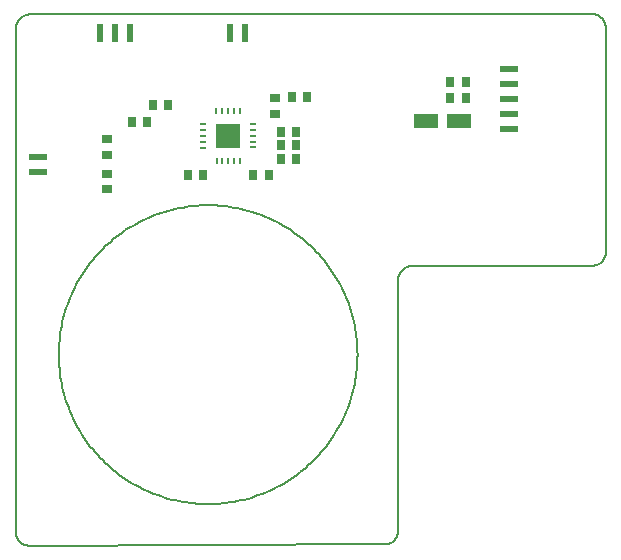
<source format=gtp>
G75*
%MOIN*%
%OFA0B0*%
%FSLAX25Y25*%
%IPPOS*%
%LPD*%
%AMOC8*
5,1,8,0,0,1.08239X$1,22.5*
%
%ADD10C,0.00600*%
%ADD11R,0.07874X0.07874*%
%ADD12R,0.00984X0.01969*%
%ADD13R,0.01969X0.00984*%
%ADD14R,0.05906X0.02362*%
%ADD15R,0.02362X0.05906*%
%ADD16R,0.02756X0.03543*%
%ADD17R,0.03543X0.02756*%
%ADD18R,0.07874X0.04724*%
D10*
X0010011Y0007670D02*
X0128330Y0008113D01*
X0128299Y0008120D02*
X0128434Y0008122D01*
X0128568Y0008128D01*
X0128703Y0008138D01*
X0128837Y0008151D01*
X0128970Y0008169D01*
X0129104Y0008190D01*
X0129236Y0008216D01*
X0129367Y0008245D01*
X0129498Y0008278D01*
X0129628Y0008315D01*
X0129756Y0008355D01*
X0129884Y0008399D01*
X0130010Y0008447D01*
X0130134Y0008499D01*
X0130257Y0008554D01*
X0130378Y0008613D01*
X0130498Y0008675D01*
X0130615Y0008741D01*
X0130731Y0008810D01*
X0130845Y0008882D01*
X0130956Y0008958D01*
X0131066Y0009037D01*
X0131173Y0009119D01*
X0131277Y0009204D01*
X0131379Y0009292D01*
X0131478Y0009383D01*
X0131575Y0009477D01*
X0131669Y0009574D01*
X0131760Y0009673D01*
X0131848Y0009775D01*
X0131933Y0009879D01*
X0132015Y0009986D01*
X0132094Y0010096D01*
X0132170Y0010207D01*
X0132242Y0010321D01*
X0132311Y0010436D01*
X0132377Y0010554D01*
X0132439Y0010674D01*
X0132498Y0010795D01*
X0132553Y0010918D01*
X0132605Y0011042D01*
X0132653Y0011168D01*
X0132697Y0011296D01*
X0132737Y0011424D01*
X0132774Y0011554D01*
X0132807Y0011685D01*
X0132836Y0011816D01*
X0132862Y0011948D01*
X0132883Y0012082D01*
X0132901Y0012215D01*
X0132914Y0012349D01*
X0132924Y0012484D01*
X0132930Y0012618D01*
X0132932Y0012753D01*
X0132929Y0012656D02*
X0132929Y0096228D01*
X0132932Y0096286D02*
X0132934Y0096421D01*
X0132940Y0096555D01*
X0132950Y0096690D01*
X0132963Y0096824D01*
X0132981Y0096957D01*
X0133002Y0097091D01*
X0133028Y0097223D01*
X0133057Y0097354D01*
X0133090Y0097485D01*
X0133127Y0097615D01*
X0133167Y0097743D01*
X0133211Y0097871D01*
X0133259Y0097997D01*
X0133311Y0098121D01*
X0133366Y0098244D01*
X0133425Y0098365D01*
X0133487Y0098485D01*
X0133553Y0098603D01*
X0133622Y0098718D01*
X0133694Y0098832D01*
X0133770Y0098943D01*
X0133849Y0099053D01*
X0133931Y0099160D01*
X0134016Y0099264D01*
X0134104Y0099366D01*
X0134195Y0099465D01*
X0134289Y0099562D01*
X0134386Y0099656D01*
X0134485Y0099747D01*
X0134587Y0099835D01*
X0134691Y0099920D01*
X0134798Y0100002D01*
X0134908Y0100081D01*
X0135019Y0100157D01*
X0135133Y0100229D01*
X0135249Y0100298D01*
X0135366Y0100364D01*
X0135486Y0100426D01*
X0135607Y0100485D01*
X0135730Y0100540D01*
X0135854Y0100592D01*
X0135980Y0100640D01*
X0136108Y0100684D01*
X0136236Y0100724D01*
X0136366Y0100761D01*
X0136497Y0100794D01*
X0136628Y0100823D01*
X0136760Y0100849D01*
X0136894Y0100870D01*
X0137027Y0100888D01*
X0137161Y0100901D01*
X0137296Y0100911D01*
X0137430Y0100917D01*
X0137565Y0100919D01*
X0137537Y0100924D02*
X0197588Y0101037D01*
X0197522Y0101022D02*
X0197657Y0101024D01*
X0197791Y0101030D01*
X0197926Y0101040D01*
X0198060Y0101053D01*
X0198193Y0101071D01*
X0198327Y0101092D01*
X0198459Y0101118D01*
X0198590Y0101147D01*
X0198721Y0101180D01*
X0198851Y0101217D01*
X0198979Y0101257D01*
X0199107Y0101301D01*
X0199233Y0101349D01*
X0199357Y0101401D01*
X0199480Y0101456D01*
X0199601Y0101515D01*
X0199721Y0101577D01*
X0199838Y0101643D01*
X0199954Y0101712D01*
X0200068Y0101784D01*
X0200179Y0101860D01*
X0200289Y0101939D01*
X0200396Y0102021D01*
X0200500Y0102106D01*
X0200602Y0102194D01*
X0200701Y0102285D01*
X0200798Y0102379D01*
X0200892Y0102476D01*
X0200983Y0102575D01*
X0201071Y0102677D01*
X0201156Y0102781D01*
X0201238Y0102888D01*
X0201317Y0102998D01*
X0201393Y0103109D01*
X0201465Y0103223D01*
X0201534Y0103338D01*
X0201600Y0103456D01*
X0201662Y0103576D01*
X0201721Y0103697D01*
X0201776Y0103820D01*
X0201828Y0103944D01*
X0201876Y0104070D01*
X0201920Y0104198D01*
X0201960Y0104326D01*
X0201997Y0104456D01*
X0202030Y0104587D01*
X0202059Y0104718D01*
X0202085Y0104850D01*
X0202106Y0104984D01*
X0202124Y0105117D01*
X0202137Y0105251D01*
X0202147Y0105386D01*
X0202153Y0105520D01*
X0202155Y0105655D01*
X0202151Y0105538D02*
X0202112Y0180400D01*
X0202156Y0180345D02*
X0202154Y0180480D01*
X0202148Y0180614D01*
X0202138Y0180749D01*
X0202125Y0180883D01*
X0202107Y0181016D01*
X0202086Y0181150D01*
X0202060Y0181282D01*
X0202031Y0181413D01*
X0201998Y0181544D01*
X0201961Y0181674D01*
X0201921Y0181802D01*
X0201877Y0181930D01*
X0201829Y0182056D01*
X0201777Y0182180D01*
X0201722Y0182303D01*
X0201663Y0182424D01*
X0201601Y0182544D01*
X0201535Y0182662D01*
X0201466Y0182777D01*
X0201394Y0182891D01*
X0201318Y0183002D01*
X0201239Y0183112D01*
X0201157Y0183219D01*
X0201072Y0183323D01*
X0200984Y0183425D01*
X0200893Y0183524D01*
X0200799Y0183621D01*
X0200702Y0183715D01*
X0200603Y0183806D01*
X0200501Y0183894D01*
X0200397Y0183979D01*
X0200290Y0184061D01*
X0200180Y0184140D01*
X0200069Y0184216D01*
X0199955Y0184288D01*
X0199840Y0184357D01*
X0199722Y0184423D01*
X0199602Y0184485D01*
X0199481Y0184544D01*
X0199358Y0184599D01*
X0199234Y0184651D01*
X0199108Y0184699D01*
X0198980Y0184743D01*
X0198852Y0184783D01*
X0198722Y0184820D01*
X0198591Y0184853D01*
X0198460Y0184882D01*
X0198328Y0184908D01*
X0198194Y0184929D01*
X0198061Y0184947D01*
X0197927Y0184960D01*
X0197792Y0184970D01*
X0197658Y0184976D01*
X0197523Y0184978D01*
X0197522Y0184979D02*
X0182619Y0184836D01*
X0182624Y0184834D02*
X0010591Y0184776D01*
X0010596Y0184795D02*
X0010192Y0184795D01*
X0010057Y0184793D01*
X0009923Y0184787D01*
X0009788Y0184777D01*
X0009654Y0184764D01*
X0009521Y0184746D01*
X0009387Y0184725D01*
X0009255Y0184699D01*
X0009124Y0184670D01*
X0008993Y0184637D01*
X0008863Y0184600D01*
X0008735Y0184560D01*
X0008607Y0184516D01*
X0008481Y0184468D01*
X0008357Y0184416D01*
X0008234Y0184361D01*
X0008113Y0184302D01*
X0007993Y0184240D01*
X0007876Y0184174D01*
X0007760Y0184105D01*
X0007646Y0184033D01*
X0007535Y0183957D01*
X0007425Y0183878D01*
X0007318Y0183796D01*
X0007214Y0183711D01*
X0007112Y0183623D01*
X0007013Y0183532D01*
X0006916Y0183438D01*
X0006822Y0183341D01*
X0006731Y0183242D01*
X0006643Y0183140D01*
X0006558Y0183036D01*
X0006476Y0182929D01*
X0006397Y0182819D01*
X0006321Y0182708D01*
X0006249Y0182594D01*
X0006180Y0182479D01*
X0006114Y0182361D01*
X0006052Y0182241D01*
X0005993Y0182120D01*
X0005938Y0181997D01*
X0005886Y0181873D01*
X0005838Y0181747D01*
X0005794Y0181619D01*
X0005754Y0181491D01*
X0005717Y0181361D01*
X0005684Y0181230D01*
X0005655Y0181099D01*
X0005629Y0180967D01*
X0005608Y0180833D01*
X0005590Y0180700D01*
X0005577Y0180566D01*
X0005567Y0180431D01*
X0005561Y0180297D01*
X0005559Y0180162D01*
X0005580Y0180197D02*
X0005459Y0012177D01*
X0005460Y0012317D02*
X0005462Y0012182D01*
X0005468Y0012048D01*
X0005478Y0011913D01*
X0005491Y0011779D01*
X0005509Y0011646D01*
X0005530Y0011512D01*
X0005556Y0011380D01*
X0005585Y0011249D01*
X0005618Y0011118D01*
X0005655Y0010988D01*
X0005695Y0010860D01*
X0005739Y0010732D01*
X0005787Y0010606D01*
X0005839Y0010482D01*
X0005894Y0010359D01*
X0005953Y0010238D01*
X0006015Y0010118D01*
X0006081Y0010000D01*
X0006150Y0009885D01*
X0006222Y0009771D01*
X0006298Y0009660D01*
X0006377Y0009550D01*
X0006459Y0009443D01*
X0006544Y0009339D01*
X0006632Y0009237D01*
X0006723Y0009138D01*
X0006817Y0009041D01*
X0006914Y0008947D01*
X0007013Y0008856D01*
X0007115Y0008768D01*
X0007219Y0008683D01*
X0007326Y0008601D01*
X0007436Y0008522D01*
X0007547Y0008446D01*
X0007661Y0008374D01*
X0007777Y0008305D01*
X0007894Y0008239D01*
X0008014Y0008177D01*
X0008135Y0008118D01*
X0008258Y0008063D01*
X0008382Y0008011D01*
X0008508Y0007963D01*
X0008636Y0007919D01*
X0008764Y0007879D01*
X0008894Y0007842D01*
X0009025Y0007809D01*
X0009156Y0007780D01*
X0009288Y0007754D01*
X0009422Y0007733D01*
X0009555Y0007715D01*
X0009689Y0007702D01*
X0009824Y0007692D01*
X0009958Y0007686D01*
X0010093Y0007684D01*
X0019834Y0071365D02*
X0019849Y0072587D01*
X0019894Y0073808D01*
X0019969Y0075027D01*
X0020074Y0076245D01*
X0020208Y0077459D01*
X0020373Y0078670D01*
X0020567Y0079876D01*
X0020791Y0081077D01*
X0021044Y0082273D01*
X0021326Y0083462D01*
X0021637Y0084643D01*
X0021978Y0085817D01*
X0022347Y0086981D01*
X0022744Y0088137D01*
X0023170Y0089282D01*
X0023624Y0090417D01*
X0024105Y0091540D01*
X0024614Y0092650D01*
X0025150Y0093748D01*
X0025712Y0094833D01*
X0026302Y0095903D01*
X0026917Y0096959D01*
X0027558Y0097999D01*
X0028224Y0099024D01*
X0028915Y0100031D01*
X0029631Y0101021D01*
X0030371Y0101994D01*
X0031134Y0102948D01*
X0031921Y0103883D01*
X0032730Y0104798D01*
X0033562Y0105693D01*
X0034415Y0106568D01*
X0035290Y0107421D01*
X0036185Y0108253D01*
X0037100Y0109062D01*
X0038035Y0109849D01*
X0038989Y0110612D01*
X0039962Y0111352D01*
X0040952Y0112068D01*
X0041959Y0112759D01*
X0042984Y0113425D01*
X0044024Y0114066D01*
X0045080Y0114681D01*
X0046150Y0115271D01*
X0047235Y0115833D01*
X0048333Y0116369D01*
X0049443Y0116878D01*
X0050566Y0117359D01*
X0051701Y0117813D01*
X0052846Y0118239D01*
X0054002Y0118636D01*
X0055166Y0119005D01*
X0056340Y0119346D01*
X0057521Y0119657D01*
X0058710Y0119939D01*
X0059906Y0120192D01*
X0061107Y0120416D01*
X0062313Y0120610D01*
X0063524Y0120775D01*
X0064738Y0120909D01*
X0065956Y0121014D01*
X0067175Y0121089D01*
X0068396Y0121134D01*
X0069618Y0121149D01*
X0070840Y0121134D01*
X0072061Y0121089D01*
X0073280Y0121014D01*
X0074498Y0120909D01*
X0075712Y0120775D01*
X0076923Y0120610D01*
X0078129Y0120416D01*
X0079330Y0120192D01*
X0080526Y0119939D01*
X0081715Y0119657D01*
X0082896Y0119346D01*
X0084070Y0119005D01*
X0085234Y0118636D01*
X0086390Y0118239D01*
X0087535Y0117813D01*
X0088670Y0117359D01*
X0089793Y0116878D01*
X0090903Y0116369D01*
X0092001Y0115833D01*
X0093086Y0115271D01*
X0094156Y0114681D01*
X0095212Y0114066D01*
X0096252Y0113425D01*
X0097277Y0112759D01*
X0098284Y0112068D01*
X0099274Y0111352D01*
X0100247Y0110612D01*
X0101201Y0109849D01*
X0102136Y0109062D01*
X0103051Y0108253D01*
X0103946Y0107421D01*
X0104821Y0106568D01*
X0105674Y0105693D01*
X0106506Y0104798D01*
X0107315Y0103883D01*
X0108102Y0102948D01*
X0108865Y0101994D01*
X0109605Y0101021D01*
X0110321Y0100031D01*
X0111012Y0099024D01*
X0111678Y0097999D01*
X0112319Y0096959D01*
X0112934Y0095903D01*
X0113524Y0094833D01*
X0114086Y0093748D01*
X0114622Y0092650D01*
X0115131Y0091540D01*
X0115612Y0090417D01*
X0116066Y0089282D01*
X0116492Y0088137D01*
X0116889Y0086981D01*
X0117258Y0085817D01*
X0117599Y0084643D01*
X0117910Y0083462D01*
X0118192Y0082273D01*
X0118445Y0081077D01*
X0118669Y0079876D01*
X0118863Y0078670D01*
X0119028Y0077459D01*
X0119162Y0076245D01*
X0119267Y0075027D01*
X0119342Y0073808D01*
X0119387Y0072587D01*
X0119402Y0071365D01*
X0119387Y0070143D01*
X0119342Y0068922D01*
X0119267Y0067703D01*
X0119162Y0066485D01*
X0119028Y0065271D01*
X0118863Y0064060D01*
X0118669Y0062854D01*
X0118445Y0061653D01*
X0118192Y0060457D01*
X0117910Y0059268D01*
X0117599Y0058087D01*
X0117258Y0056913D01*
X0116889Y0055749D01*
X0116492Y0054593D01*
X0116066Y0053448D01*
X0115612Y0052313D01*
X0115131Y0051190D01*
X0114622Y0050080D01*
X0114086Y0048982D01*
X0113524Y0047897D01*
X0112934Y0046827D01*
X0112319Y0045771D01*
X0111678Y0044731D01*
X0111012Y0043706D01*
X0110321Y0042699D01*
X0109605Y0041709D01*
X0108865Y0040736D01*
X0108102Y0039782D01*
X0107315Y0038847D01*
X0106506Y0037932D01*
X0105674Y0037037D01*
X0104821Y0036162D01*
X0103946Y0035309D01*
X0103051Y0034477D01*
X0102136Y0033668D01*
X0101201Y0032881D01*
X0100247Y0032118D01*
X0099274Y0031378D01*
X0098284Y0030662D01*
X0097277Y0029971D01*
X0096252Y0029305D01*
X0095212Y0028664D01*
X0094156Y0028049D01*
X0093086Y0027459D01*
X0092001Y0026897D01*
X0090903Y0026361D01*
X0089793Y0025852D01*
X0088670Y0025371D01*
X0087535Y0024917D01*
X0086390Y0024491D01*
X0085234Y0024094D01*
X0084070Y0023725D01*
X0082896Y0023384D01*
X0081715Y0023073D01*
X0080526Y0022791D01*
X0079330Y0022538D01*
X0078129Y0022314D01*
X0076923Y0022120D01*
X0075712Y0021955D01*
X0074498Y0021821D01*
X0073280Y0021716D01*
X0072061Y0021641D01*
X0070840Y0021596D01*
X0069618Y0021581D01*
X0068396Y0021596D01*
X0067175Y0021641D01*
X0065956Y0021716D01*
X0064738Y0021821D01*
X0063524Y0021955D01*
X0062313Y0022120D01*
X0061107Y0022314D01*
X0059906Y0022538D01*
X0058710Y0022791D01*
X0057521Y0023073D01*
X0056340Y0023384D01*
X0055166Y0023725D01*
X0054002Y0024094D01*
X0052846Y0024491D01*
X0051701Y0024917D01*
X0050566Y0025371D01*
X0049443Y0025852D01*
X0048333Y0026361D01*
X0047235Y0026897D01*
X0046150Y0027459D01*
X0045080Y0028049D01*
X0044024Y0028664D01*
X0042984Y0029305D01*
X0041959Y0029971D01*
X0040952Y0030662D01*
X0039962Y0031378D01*
X0038989Y0032118D01*
X0038035Y0032881D01*
X0037100Y0033668D01*
X0036185Y0034477D01*
X0035290Y0035309D01*
X0034415Y0036162D01*
X0033562Y0037037D01*
X0032730Y0037932D01*
X0031921Y0038847D01*
X0031134Y0039782D01*
X0030371Y0040736D01*
X0029631Y0041709D01*
X0028915Y0042699D01*
X0028224Y0043706D01*
X0027558Y0044731D01*
X0026917Y0045771D01*
X0026302Y0046827D01*
X0025712Y0047897D01*
X0025150Y0048982D01*
X0024614Y0050080D01*
X0024105Y0051190D01*
X0023624Y0052313D01*
X0023170Y0053448D01*
X0022744Y0054593D01*
X0022347Y0055749D01*
X0021978Y0056913D01*
X0021637Y0058087D01*
X0021326Y0059268D01*
X0021044Y0060457D01*
X0020791Y0061653D01*
X0020567Y0062854D01*
X0020373Y0064060D01*
X0020208Y0065271D01*
X0020074Y0066485D01*
X0019969Y0067703D01*
X0019894Y0068922D01*
X0019849Y0070143D01*
X0019834Y0071365D01*
D11*
X0076161Y0144256D03*
D12*
X0076336Y0135994D03*
X0074368Y0135994D03*
X0072399Y0135994D03*
X0078305Y0135994D03*
X0080273Y0135994D03*
X0080101Y0152563D03*
X0078133Y0152563D03*
X0076164Y0152563D03*
X0074196Y0152563D03*
X0072227Y0152563D03*
D13*
X0067966Y0148130D03*
X0067966Y0146161D03*
X0067966Y0144193D03*
X0067966Y0142224D03*
X0067966Y0140256D03*
X0084535Y0140428D03*
X0084535Y0142396D03*
X0084535Y0144365D03*
X0084535Y0146333D03*
X0084535Y0148302D03*
D14*
X0012863Y0137323D03*
X0012863Y0132323D03*
X0169939Y0146672D03*
X0169939Y0151672D03*
X0169939Y0156672D03*
X0169939Y0161672D03*
X0169939Y0166672D03*
D15*
X0081788Y0178715D03*
X0076788Y0178715D03*
X0043663Y0178531D03*
X0038663Y0178531D03*
X0033663Y0178531D03*
D16*
X0051264Y0154452D03*
X0056382Y0154452D03*
X0049296Y0148979D03*
X0044177Y0148979D03*
X0062916Y0131218D03*
X0068034Y0131218D03*
X0084714Y0131218D03*
X0089832Y0131218D03*
X0093891Y0136533D03*
X0093891Y0141095D03*
X0093891Y0145464D03*
X0099009Y0145464D03*
X0099009Y0141095D03*
X0099009Y0136533D03*
X0097435Y0157418D03*
X0102553Y0157418D03*
X0150302Y0157043D03*
X0155420Y0157043D03*
X0155420Y0162114D03*
X0150302Y0162114D03*
D17*
X0091976Y0156760D03*
X0091976Y0151642D03*
X0036029Y0143116D03*
X0036029Y0137998D03*
X0036029Y0131568D03*
X0036029Y0126450D03*
D18*
X0142163Y0149207D03*
X0153187Y0149207D03*
M02*

</source>
